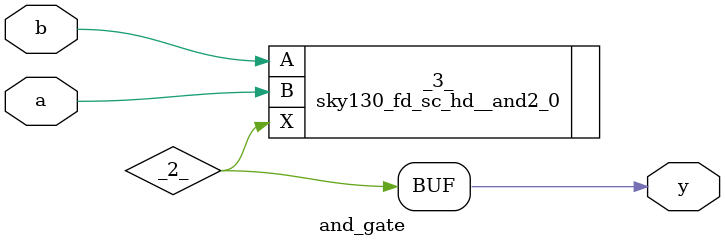
<source format=v>
(* top = 1 *)
(* src = "and_gate.v:2.1-8.10" *)
module and_gate(a, b, y);
    (* src = "and_gate.v:3.16-3.17" *)
    wire _0_;
    (* src = "and_gate.v:4.16-4.17" *)
    wire _1_;
    (* src = "and_gate.v:5.17-5.18" *)
    wire _2_;
    (* src = "and_gate.v:3.16-3.17" *)
    input a;
    wire a;
    (* src = "and_gate.v:4.16-4.17" *)
    input b;
    wire b;
    (* src = "and_gate.v:5.17-5.18" *)
    output y;
    wire y;
    sky130_fd_sc_hd__and2_0 _3_ (
        .A(_1_),
        .B(_0_),
        .X(_2_)
    );
    assign _1_ = b;
    assign _0_ = a;
    assign y = _2_;
endmodule

</source>
